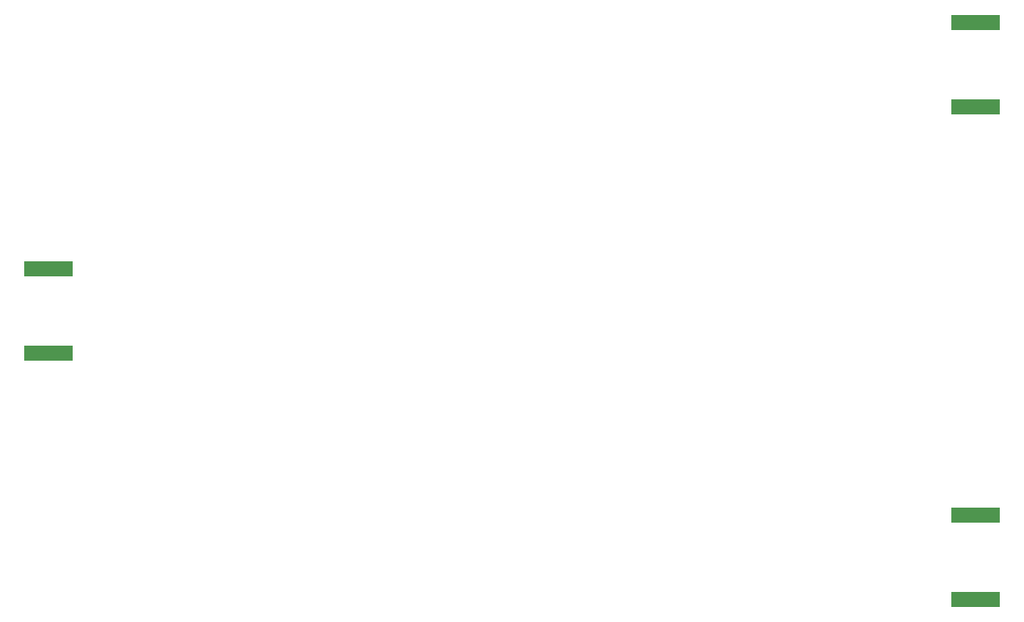
<source format=gbr>
G04 EAGLE Gerber X2 export*
%TF.Part,Single*%
%TF.FileFunction,Paste,Bot*%
%TF.FilePolarity,Positive*%
%TF.GenerationSoftware,Autodesk,EAGLE,8.7.1*%
%TF.CreationDate,2018-04-02T22:08:27Z*%
G75*
%MOMM*%
%FSLAX34Y34*%
%LPD*%
%AMOC8*
5,1,8,0,0,1.08239X$1,22.5*%
G01*
%ADD10R,4.902200X1.600200*%


D10*
X30191Y542735D03*
X30191Y457645D03*
X969609Y707455D03*
X969609Y792545D03*
X969609Y207755D03*
X969609Y292845D03*
M02*

</source>
